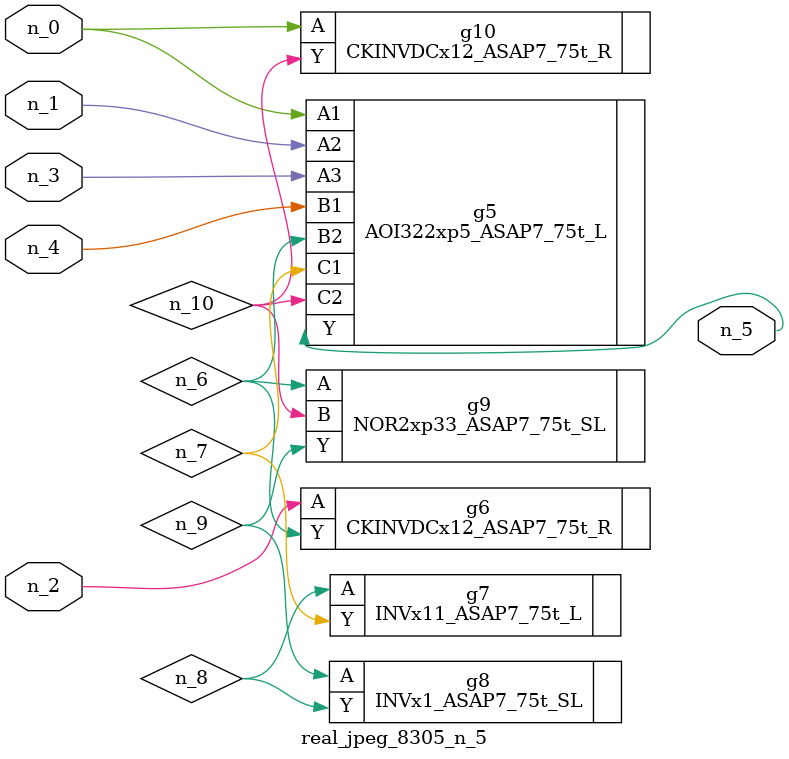
<source format=v>
module real_jpeg_8305_n_5 (n_4, n_0, n_1, n_2, n_3, n_5);

input n_4;
input n_0;
input n_1;
input n_2;
input n_3;

output n_5;

wire n_8;
wire n_6;
wire n_7;
wire n_10;
wire n_9;

AOI322xp5_ASAP7_75t_L g5 ( 
.A1(n_0),
.A2(n_1),
.A3(n_3),
.B1(n_4),
.B2(n_6),
.C1(n_7),
.C2(n_10),
.Y(n_5)
);

CKINVDCx12_ASAP7_75t_R g10 ( 
.A(n_0),
.Y(n_10)
);

CKINVDCx12_ASAP7_75t_R g6 ( 
.A(n_2),
.Y(n_6)
);

NOR2xp33_ASAP7_75t_SL g9 ( 
.A(n_6),
.B(n_10),
.Y(n_9)
);

INVx11_ASAP7_75t_L g7 ( 
.A(n_8),
.Y(n_7)
);

INVx1_ASAP7_75t_SL g8 ( 
.A(n_9),
.Y(n_8)
);


endmodule
</source>
